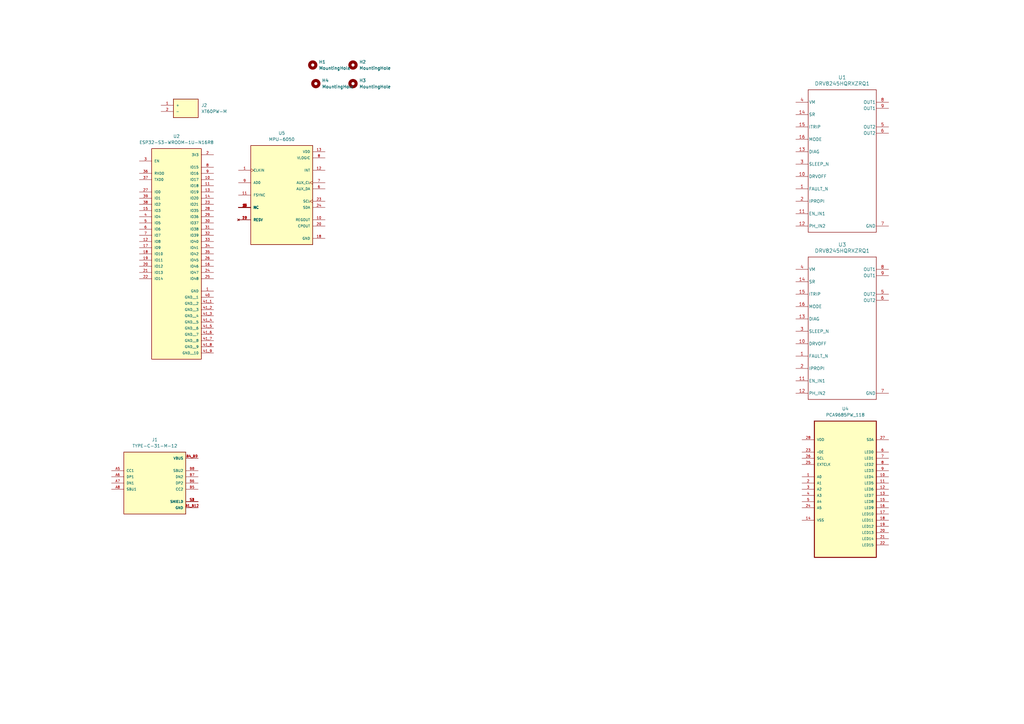
<source format=kicad_sch>
(kicad_sch (version 20250114) (generator "eeschema") (generator_version "9.0")
  (paper "A3")
  (title_block (title "Robotics ESP32 Development Board") (date "2025-10-21") (rev "1"))
  (lib_symbols
    (symbol "DRV8245H-Q1:DRV8245HQRXZRQ1" (pin_names (offset 0.254))
      (property "Reference" "U" (at 0 2.54 0))
      (property "Value" "DRV8245HQRXZRQ1" (at 0 0 0))
      (symbol "DRV8245HQRXZRQ1_0_1"
        (polyline (pts (xy 5.08 5.08) (xy 5.08 -53.34)) (stroke (width 0.2032)))
        (polyline (pts (xy 5.08 -53.34) (xy 33.02 -53.34)) (stroke (width 0.2032)))
        (polyline (pts (xy 33.02 5.08) (xy 5.08 5.08)) (stroke (width 0.2032)))
        (polyline (pts (xy 33.02 -53.34) (xy 33.02 5.08)) (stroke (width 0.2032)))
        (pin power_in line (at 0 0 0) (length 5.08) (name "VM") (number "4"))
        (pin unspecified line (at 0 -5.08 0) (length 5.08) (name "SR") (number "14"))
        (pin unspecified line (at 0 -10.16 0) (length 5.08) (name "ITRIP") (number "15"))
        (pin unspecified line (at 0 -15.24 0) (length 5.08) (name "MODE") (number "16"))
        (pin unspecified line (at 0 -20.32 0) (length 5.08) (name "DIAG") (number "13"))
        (pin input line (at 0 -25.4 0) (length 5.08) (name "SLEEP_N") (number "3"))
        (pin input line (at 0 -30.48 0) (length 5.08) (name "DRVOFF") (number "10"))
        (pin open_collector line (at 0 -35.56 0) (length 5.08) (name "FAULT_N") (number "1"))
        (pin unspecified line (at 0 -40.64 0) (length 5.08) (name "IPROPI") (number "2"))
        (pin input line (at 0 -45.72 0) (length 5.08) (name "EN_IN1") (number "11"))
        (pin input line (at 0 -50.8 0) (length 5.08) (name "PH_IN2") (number "12"))
        (pin unspecified line (at 38.1 0 180) (length 5.08) (name "OUT1") (number "8"))
        (pin unspecified line (at 38.1 -2.54 180) (length 5.08) (name "OUT1") (number "9"))
        (pin unspecified line (at 38.1 -10.16 180) (length 5.08) (name "OUT2") (number "5"))
        (pin unspecified line (at 38.1 -12.7 180) (length 5.08) (name "OUT2") (number "6"))
        (pin power_in line (at 38.1 -50.8 180) (length 5.08) (name "GND") (number "7"))
      )
    )
    (symbol "ESP32-S3-WROOM-1U-N16R8:ESP32-S3-WROOM-1U-N16R8" (pin_names (offset 1.016))
      (property "Reference" "U" (at -10.16 31.242 0))
      (property "Value" "ESP32-S3-WROOM-1U-N16R8" (at -10.16 -58.42 0))
      (symbol "ESP32-S3-WROOM-1U-N16R8_0_0"
        (rectangle (start -10.16 -55.88) (end 10.16 30.48) (stroke (width 0.254)) (fill (type background)))
        (pin input line (at -15.24 25.4 0) (length 5.08) (name "EN") (number "3"))
        (pin bidirectional line (at -15.24 20.32 0) (length 5.08) (name "RXD0") (number "36"))
        (pin bidirectional line (at -15.24 17.78 0) (length 5.08) (name "TXD0") (number "37"))
        (pin bidirectional line (at -15.24 12.7 0) (length 5.08) (name "IO0") (number "27"))
        (pin bidirectional line (at -15.24 10.16 0) (length 5.08) (name "IO1") (number "39"))
        (pin bidirectional line (at -15.24 7.62 0) (length 5.08) (name "IO2") (number "38"))
        (pin bidirectional line (at -15.24 5.08 0) (length 5.08) (name "IO3") (number "15"))
        (pin bidirectional line (at -15.24 2.54 0) (length 5.08) (name "IO4") (number "4"))
        (pin bidirectional line (at -15.24 0 0) (length 5.08) (name "IO5") (number "5"))
        (pin bidirectional line (at -15.24 -2.54 0) (length 5.08) (name "IO6") (number "6"))
        (pin bidirectional line (at -15.24 -5.08 0) (length 5.08) (name "IO7") (number "7"))
        (pin bidirectional line (at -15.24 -7.62 0) (length 5.08) (name "IO8") (number "12"))
        (pin bidirectional line (at -15.24 -10.16 0) (length 5.08) (name "IO9") (number "17"))
        (pin bidirectional line (at -15.24 -12.7 0) (length 5.08) (name "IO10") (number "18"))
        (pin bidirectional line (at -15.24 -15.24 0) (length 5.08) (name "IO11") (number "19"))
        (pin bidirectional line (at -15.24 -17.78 0) (length 5.08) (name "IO12") (number "20"))
        (pin bidirectional line (at -15.24 -20.32 0) (length 5.08) (name "IO13") (number "21"))
        (pin bidirectional line (at -15.24 -22.86 0) (length 5.08) (name "IO14") (number "22"))
        (pin power_in line (at 15.24 27.94 180) (length 5.08) (name "3V3") (number "2"))
        (pin bidirectional line (at 15.24 22.86 180) (length 5.08) (name "IO15") (number "8"))
        (pin bidirectional line (at 15.24 20.32 180) (length 5.08) (name "IO16") (number "9"))
        (pin bidirectional line (at 15.24 17.78 180) (length 5.08) (name "IO17") (number "10"))
        (pin bidirectional line (at 15.24 15.24 180) (length 5.08) (name "IO18") (number "11"))
        (pin bidirectional line (at 15.24 12.7 180) (length 5.08) (name "IO19") (number "13"))
        (pin bidirectional line (at 15.24 10.16 180) (length 5.08) (name "IO20") (number "14"))
        (pin bidirectional line (at 15.24 7.62 180) (length 5.08) (name "IO21") (number "23"))
        (pin bidirectional line (at 15.24 5.08 180) (length 5.08) (name "IO35") (number "28"))
        (pin bidirectional line (at 15.24 2.54 180) (length 5.08) (name "IO36") (number "29"))
        (pin bidirectional line (at 15.24 0 180) (length 5.08) (name "IO37") (number "30"))
        (pin bidirectional line (at 15.24 -2.54 180) (length 5.08) (name "IO38") (number "31"))
        (pin bidirectional line (at 15.24 -5.08 180) (length 5.08) (name "IO39") (number "32"))
        (pin bidirectional line (at 15.24 -7.62 180) (length 5.08) (name "IO40") (number "33"))
        (pin bidirectional line (at 15.24 -10.16 180) (length 5.08) (name "IO41") (number "34"))
        (pin bidirectional line (at 15.24 -12.7 180) (length 5.08) (name "IO42") (number "35"))
        (pin bidirectional line (at 15.24 -15.24 180) (length 5.08) (name "IO45") (number "26"))
        (pin bidirectional line (at 15.24 -17.78 180) (length 5.08) (name "IO46") (number "16"))
        (pin bidirectional line (at 15.24 -20.32 180) (length 5.08) (name "IO47") (number "24"))
        (pin bidirectional line (at 15.24 -22.86 180) (length 5.08) (name "IO48") (number "25"))
        (pin power_in line (at 15.24 -27.94 180) (length 5.08) (name "GND") (number "1"))
        (pin power_in line (at 15.24 -30.48 180) (length 5.08) (name "GND__1") (number "40"))
        (pin power_in line (at 15.24 -33.02 180) (length 5.08) (name "GND__2") (number "41_1"))
        (pin power_in line (at 15.24 -35.56 180) (length 5.08) (name "GND__3") (number "41_2"))
        (pin power_in line (at 15.24 -38.1 180) (length 5.08) (name "GND__4") (number "41_3"))
        (pin power_in line (at 15.24 -40.64 180) (length 5.08) (name "GND__5") (number "41_4"))
        (pin power_in line (at 15.24 -43.18 180) (length 5.08) (name "GND__6") (number "41_5"))
        (pin power_in line (at 15.24 -45.72 180) (length 5.08) (name "GND__7") (number "41_6"))
        (pin power_in line (at 15.24 -48.26 180) (length 5.08) (name "GND__8") (number "41_7"))
        (pin power_in line (at 15.24 -50.8 180) (length 5.08) (name "GND__9") (number "41_8"))
        (pin power_in line (at 15.24 -53.34 180) (length 5.08) (name "GND__10") (number "41_9"))
      )
    )
    (symbol "MPU-6050 Accelerometer:MPU-6050" (pin_names (offset 1.016))
      (property "Reference" "U" (at -12.7 21.082 0))
      (property "Value" "MPU-6050" (at -12.7 -22.86 0))
      (symbol "MPU-6050_0_0"
        (rectangle (start -12.7 -20.32) (end 12.7 20.32) (stroke (width 0.254)) (fill (type background)))
        (pin input clock (at -17.78 10.16 0) (length 5.08) (name "CLKIN") (number "1"))
        (pin input line (at -17.78 5.08 0) (length 5.08) (name "AD0") (number "9"))
        (pin input line (at -17.78 0 0) (length 5.08) (name "FSYNC") (number "11"))
        (pin passive line (at -17.78 -5.08 0) (length 5.08) (name "NC") (number "14"))
        (pin passive line (at -17.78 -5.08 0) (length 5.08) (name "NC") (number "15"))
        (pin passive line (at -17.78 -5.08 0) (length 5.08) (name "NC") (number "16"))
        (pin passive line (at -17.78 -5.08 0) (length 5.08) (name "NC") (number "17"))
        (pin passive line (at -17.78 -5.08 0) (length 5.08) (name "NC") (number "2"))
        (pin passive line (at -17.78 -5.08 0) (length 5.08) (name "NC") (number "3"))
        (pin passive line (at -17.78 -5.08 0) (length 5.08) (name "NC") (number "4"))
        (pin passive line (at -17.78 -5.08 0) (length 5.08) (name "NC") (number "5"))
        (pin no_connect line (at -17.78 -10.16 0) (length 5.08) (name "RESV") (number "19"))
        (pin no_connect line (at -17.78 -10.16 0) (length 5.08) (name "RESV") (number "21"))
        (pin no_connect line (at -17.78 -10.16 0) (length 5.08) (name "RESV") (number "22"))
        (pin power_in line (at 17.78 17.78 180) (length 5.08) (name "VDD") (number "13"))
        (pin power_in line (at 17.78 15.24 180) (length 5.08) (name "VLOGIC") (number "8"))
        (pin output line (at 17.78 10.16 180) (length 5.08) (name "INT") (number "12"))
        (pin output clock (at 17.78 5.08 180) (length 5.08) (name "AUX_CL") (number "7"))
        (pin bidirectional line (at 17.78 2.54 180) (length 5.08) (name "AUX_DA") (number "6"))
        (pin input clock (at 17.78 -2.54 180) (length 5.08) (name "SCL") (number "23"))
        (pin bidirectional line (at 17.78 -5.08 180) (length 5.08) (name "SDA") (number "24"))
        (pin passive line (at 17.78 -10.16 180) (length 5.08) (name "REGOUT") (number "10"))
        (pin passive line (at 17.78 -12.7 180) (length 5.08) (name "CPOUT") (number "20"))
        (pin power_in line (at 17.78 -17.78 180) (length 5.08) (name "GND") (number "18"))
      )
    )
    (symbol "Mechanical:MountingHole" (pin_names (offset 1.016)) (in_bom no)
      (property "Reference" "H" (at 0 5.08 0))
      (property "Value" "MountingHole" (at 0 3.175 0))
      (symbol "MountingHole_0_1"
        (circle (center 0 0) (radius 1.27) (stroke (width 1.27)))
      )
    )
    (symbol "PCA9685 PWM Servo Driver:PCA9685PW_118" (pin_names (offset 1.016))
      (property "Reference" "U" (at -5.3748 29.5233 0))
      (property "Value" "PCA9685PW_118" (at -3.0529 -35.7951 0))
      (symbol "PCA9685PW_118_0_0"
        (rectangle (start -12.7 -30.48) (end 12.7 25.4) (stroke (width 0.4064)) (fill (type background)))
        (pin power_in line (at -17.78 17.78 0) (length 5.08) (name "VDD") (number "28"))
        (pin input line (at -17.78 12.7 0) (length 5.08) (name "~OE") (number "23"))
        (pin input line (at -17.78 10.16 0) (length 5.08) (name "SCL") (number "26"))
        (pin input line (at -17.78 7.62 0) (length 5.08) (name "EXTCLK") (number "25"))
        (pin input line (at -17.78 2.54 0) (length 5.08) (name "A0") (number "1"))
        (pin input line (at -17.78 0 0) (length 5.08) (name "A1") (number "2"))
        (pin input line (at -17.78 -2.54 0) (length 5.08) (name "A2") (number "3"))
        (pin input line (at -17.78 -5.08 0) (length 5.08) (name "A3") (number "4"))
        (pin input line (at -17.78 -7.62 0) (length 5.08) (name "A4") (number "5"))
        (pin input line (at -17.78 -10.16 0) (length 5.08) (name "A5") (number "24"))
        (pin passive line (at -17.78 -15.24 0) (length 5.08) (name "VSS") (number "14"))
        (pin bidirectional line (at 17.78 17.78 180) (length 5.08) (name "SDA") (number "27"))
        (pin output line (at 17.78 12.7 180) (length 5.08) (name "LED0") (number "6"))
        (pin output line (at 17.78 10.16 180) (length 5.08) (name "LED1") (number "7"))
        (pin output line (at 17.78 7.62 180) (length 5.08) (name "LED2") (number "8"))
        (pin output line (at 17.78 5.08 180) (length 5.08) (name "LED3") (number "9"))
        (pin output line (at 17.78 2.54 180) (length 5.08) (name "LED4") (number "10"))
        (pin output line (at 17.78 0 180) (length 5.08) (name "LED5") (number "11"))
        (pin output line (at 17.78 -2.54 180) (length 5.08) (name "LED6") (number "12"))
        (pin output line (at 17.78 -5.08 180) (length 5.08) (name "LED7") (number "13"))
        (pin output line (at 17.78 -7.62 180) (length 5.08) (name "LED8") (number "15"))
        (pin output line (at 17.78 -10.16 180) (length 5.08) (name "LED9") (number "16"))
        (pin output line (at 17.78 -12.7 180) (length 5.08) (name "LED10") (number "17"))
        (pin output line (at 17.78 -15.24 180) (length 5.08) (name "LED11") (number "18"))
        (pin output line (at 17.78 -17.78 180) (length 5.08) (name "LED12") (number "19"))
        (pin output line (at 17.78 -20.32 180) (length 5.08) (name "LED13") (number "20"))
        (pin output line (at 17.78 -22.86 180) (length 5.08) (name "LED14") (number "21"))
        (pin output line (at 17.78 -25.4 180) (length 5.08) (name "LED15") (number "22"))
      )
    )
    (symbol "Type C connector:TYPE-C-31-M-12" (pin_names (offset 1.016))
      (property "Reference" "J" (at -12.7 13.462 0))
      (property "Value" "TYPE-C-31-M-12" (at -12.7 -13.462 0))
      (symbol "TYPE-C-31-M-12_0_0"
        (rectangle (start -12.7 -12.7) (end 12.7 12.7) (stroke (width 0.254)) (fill (type background)))
        (pin bidirectional line (at -17.78 5.08 0) (length 5.08) (name "CC1") (number "A5"))
        (pin bidirectional line (at -17.78 2.54 0) (length 5.08) (name "DP1") (number "A6"))
        (pin bidirectional line (at -17.78 0 0) (length 5.08) (name "DN1") (number "A7"))
        (pin bidirectional line (at -17.78 -2.54 0) (length 5.08) (name "SBU1") (number "A8"))
        (pin power_in line (at 17.78 10.16 180) (length 5.08) (name "VBUS") (number "A4_B9"))
        (pin power_in line (at 17.78 10.16 180) (length 5.08) (name "VBUS") (number "B4_A9"))
        (pin bidirectional line (at 17.78 5.08 180) (length 5.08) (name "SBU2") (number "B8"))
        (pin bidirectional line (at 17.78 2.54 180) (length 5.08) (name "DN2") (number "B7"))
        (pin bidirectional line (at 17.78 0 180) (length 5.08) (name "DP2") (number "B6"))
        (pin bidirectional line (at 17.78 -2.54 180) (length 5.08) (name "CC2") (number "B5"))
        (pin passive line (at 17.78 -7.62 180) (length 5.08) (name "SHIELD") (number "S1"))
        (pin passive line (at 17.78 -7.62 180) (length 5.08) (name "SHIELD") (number "S2"))
        (pin passive line (at 17.78 -7.62 180) (length 5.08) (name "SHIELD") (number "S3"))
        (pin passive line (at 17.78 -7.62 180) (length 5.08) (name "SHIELD") (number "S4"))
        (pin power_in line (at 17.78 -10.16 180) (length 5.08) (name "GND") (number "A1_B12"))
        (pin power_in line (at 17.78 -10.16 180) (length 5.08) (name "GND") (number "B1_A12"))
      )
    )
    (symbol "XT60PW-M Connector:XT60PW-M" (pin_names (offset 1.016))
      (property "Reference" "J" (at -5.08 5.7234 0))
      (property "Value" "XT60PW-M" (at -5.08 -5.0923 0))
      (symbol "XT60PW-M_0_0"
        (rectangle (start -5.08 -2.54) (end 5.08 5.08) (stroke (width 0.254)) (fill (type background)))
        (pin passive line (at -10.16 2.54 0) (length 5.08) (name "+") (number "1"))
        (pin passive line (at -10.16 0 0) (length 5.08) (name "-") (number "2"))
      )
    )
  )
  (symbol (lib_id "DRV8245H-Q1:DRV8245HQRXZRQ1") (at 326.39 110.49 0) (unit 1)
    (property "Reference" "U3" (at 345.44 100.33 0) (effects (font (size 1.524 1.524))))
    (property "Value" "DRV8245HQRXZRQ1" (at 345.44 102.87 0) (effects (font (size 1.524 1.524))))
    (property "Footprint" "DRV8245H-Q1:RXZ0016A-MFG" (effects (hide yes)))
    (property "Datasheet" "https://www.ti.com/lit/gpn/drv8245-q1" (effects (hide yes)))
  )
  (symbol (lib_id "MPU-6050 Accelerometer:MPU-6050") (at 115.57 80.01 0) (unit 1)
    (property "Reference" "U5" (at 115.57 54.61 0))
    (property "Value" "MPU-6050" (at 115.57 57.15 0))
    (property "Footprint" "MPU-6050 Accelerometer:QFN50P400X400X95-24N" (effects (hide yes)))
    (property "MF" "TDK InvenSense" (effects (hide yes)))
    (property "MAXIMUM_PACKAGE_HEIGHT" "0.95mm" (effects (hide yes)))
    (property "Package" "QFN-24 InvenSense" (effects (hide yes)))
    (property "Price" "None" (effects (hide yes)))
    (property "Check_prices" "https://www.snapeda.com/parts/MPU-6050/TDK/view-part/?ref=eda" (effects (hide yes)))
    (property "STANDARD" "IPC-7351B" (effects (hide yes)))
    (property "PARTREV" "3.4" (effects (hide yes)))
    (property "SnapEDA_Link" "https://www.snapeda.com/parts/MPU-6050/TDK/view-part/?ref=snap" (effects (hide yes)))
    (property "MP" "MPU-6050" (effects (hide yes)))
    (property "Description_1" "MPU-6050 series Accelerometer, Gyroscope, 3 Axis Sensor Evaluation Board" (effects (hide yes)))
    (property "Availability" "Not in stock" (effects (hide yes)))
    (property "MANUFACTURER" "InvenSense" (effects (hide yes)))
  )
  (symbol (lib_id "ESP32-S3-WROOM-1U-N16R8:ESP32-S3-WROOM-1U-N16R8") (at 72.39 91.44 0) (unit 1)
    (property "Reference" "U2" (at 72.39 55.88 0))
    (property "Value" "ESP32-S3-WROOM-1U-N16R8" (at 72.39 58.42 0))
    (property "Footprint" "ESP32-S3-WROOM-N16R8:XCVR_ESP32-S3-WROOM-1U-N16R8" (effects (hide yes)))
    (property "PARTREV" "v1.1" (effects (hide yes)))
    (property "STANDARD" "Manufacturer Recommendations" (effects (hide yes)))
    (property "MAXIMUM_PACKAGE_HEIGHT" "3.35mm" (effects (hide yes)))
    (property "MANUFACTURER" "Espressif Systems" (effects (hide yes)))
  )
  (symbol (lib_id "XT60PW-M Connector:XT60PW-M") (at 76.2 45.72 0) (unit 1)
    (property "Reference" "J2" (at 82.55 43.1799 0) (effects (justify left)))
    (property "Value" "XT60PW-M" (at 82.55 45.7199 0) (effects (justify left)))
    (property "Footprint" "XT60PW-M Connector:AMASS_XT60PW-M" (effects (hide yes)))
    (property "MF" "AMASS" (effects (hide yes)))
    (property "MAXIMUM_PACKAGE_HEIGHT" "8.4 mm" (effects (hide yes)))
    (property "Package" "Package" (effects (hide yes)))
    (property "Price" "None" (effects (hide yes)))
    (property "Check_prices" "https://www.snapeda.com/parts/XT60PW-M/AMASS/view-part/?ref=eda" (effects (hide yes)))
    (property "STANDARD" "Manufacturer recommendations" (effects (hide yes)))
    (property "PARTREV" "V1.2" (effects (hide yes)))
    (property "SnapEDA_Link" "https://www.snapeda.com/parts/XT60PW-M/AMASS/view-part/?ref=snap" (effects (hide yes)))
    (property "MP" "XT60PW-M" (effects (hide yes)))
    (property "Description_1" "Socket, DC supply, male, PIN: 2" (effects (hide yes)))
    (property "Availability" "In Stock" (effects (hide yes)))
    (property "MANUFACTURER" "AMASS" (effects (hide yes)))
  )
  (symbol (lib_id "Mechanical:MountingHole") (at 128.27 26.67 0) (unit 1) (in_bom no)
    (property "Reference" "H1" (at 130.81 25.3999 0) (effects (justify left)))
    (property "Value" "MountingHole" (at 130.81 27.9399 0) (effects (justify left)))
    (property "Footprint" "MountingHole:MountingHole_3.2mm_M3" (effects (hide yes)))
    (property "Description" "Mounting Hole without connection" (effects (hide yes)))
  )
  (symbol (lib_id "DRV8245H-Q1:DRV8245HQRXZRQ1") (at 326.39 41.91 0) (unit 1)
    (property "Reference" "U1" (at 345.44 31.75 0) (effects (font (size 1.524 1.524))))
    (property "Value" "DRV8245HQRXZRQ1" (at 345.44 34.29 0) (effects (font (size 1.524 1.524))))
    (property "Footprint" "DRV8245H-Q1:RXZ0016A-MFG" (effects (hide yes)))
    (property "Datasheet" "https://www.ti.com/lit/gpn/drv8245-q1" (effects (hide yes)))
  )
  (symbol (lib_id "Mechanical:MountingHole") (at 129.54 34.29 0) (unit 1) (in_bom no)
    (property "Reference" "H4" (at 132.08 33.0199 0) (effects (justify left)))
    (property "Value" "MountingHole" (at 132.08 35.5599 0) (effects (justify left)))
    (property "Footprint" "MountingHole:MountingHole_3.2mm_M3" (effects (hide yes)))
    (property "Description" "Mounting Hole without connection" (effects (hide yes)))
  )
  (symbol (lib_id "Mechanical:MountingHole") (at 144.78 26.67 0) (unit 1) (in_bom no)
    (property "Reference" "H2" (at 147.32 25.3999 0) (effects (justify left)))
    (property "Value" "MountingHole" (at 147.32 27.9399 0) (effects (justify left)))
    (property "Footprint" "MountingHole:MountingHole_3.2mm_M3" (effects (hide yes)))
    (property "Description" "Mounting Hole without connection" (effects (hide yes)))
  )
  (symbol (lib_id "Mechanical:MountingHole") (at 144.78 34.29 0) (unit 1) (in_bom no)
    (property "Reference" "H3" (at 147.32 33.0199 0) (effects (justify left)))
    (property "Value" "MountingHole" (at 147.32 35.5599 0) (effects (justify left)))
    (property "Footprint" "MountingHole:MountingHole_3.2mm_M3" (effects (hide yes)))
    (property "Description" "Mounting Hole without connection" (effects (hide yes)))
  )
  (symbol (lib_id "PCA9685 PWM Servo Driver:PCA9685PW_118") (at 346.71 198.12 0) (unit 1)
    (property "Reference" "U4" (at 346.71 167.64 0))
    (property "Value" "PCA9685PW_118" (at 346.71 170.18 0))
    (property "Footprint" "PCA9685 PWM Servo Driver:SOP65P640X110-28N" (effects (hide yes)))
    (property "MF" "NXP USA" (effects (hide yes)))
    (property "Description_1" "LED Driver IC 16 Output Linear - PWM Dimming 25mA 28-TSSOP" (effects (hide yes)))
    (property "PACKAGE" "TSSOP-28" (effects (hide yes)))
    (property "MPN" "PCA9685PW,118" (effects (hide yes)))
    (property "Price" "None" (effects (hide yes)))
    (property "Package" "TSSOP-28 NXP Semiconductors" (effects (hide yes)))
    (property "OC_FARNELL" "1854074" (effects (hide yes)))
    (property "SnapEDA_Link" "https://www.snapeda.com/parts/PCA9685PW,118/NXP+Semiconductors/view-part/?ref=snap" (effects (hide yes)))
    (property "MP" "PCA9685PW,118" (effects (hide yes)))
    (property "SUPPLIER" "NXP" (effects (hide yes)))
    (property "OC_NEWARK" "19T6398" (effects (hide yes)))
    (property "Availability" "In Stock" (effects (hide yes)))
    (property "Check_prices" "https://www.snapeda.com/parts/PCA9685PW,118/NXP+Semiconductors/view-part/?ref=eda" (effects (hide yes)))
  )
  (symbol (lib_id "Type C connector:TYPE-C-31-M-12") (at 63.5 198.12 0) (unit 1)
    (property "Reference" "J1" (at 63.5 180.34 0))
    (property "Value" "TYPE-C-31-M-12" (at 63.5 182.88 0))
    (property "Footprint" "Type C Connector:HRO_TYPE-C-31-M-12" (effects (hide yes)))
    (property "MF" "HRO Electronics Co., Ltd." (effects (hide yes)))
    (property "MAXIMUM_PACKAGE_HEIGHT" "3.26 mm" (effects (hide yes)))
    (property "Package" "Package" (effects (hide yes)))
    (property "Price" "None" (effects (hide yes)))
    (property "Check_prices" "https://www.snapeda.com/parts/TYPE-C-31-M-12/HRO+Electronics+Co.%252C+Ltd./view-part/?ref=eda" (effects (hide yes)))
    (property "STANDARD" "Manufacturer Recommendations" (effects (hide yes)))
    (property "PARTREV" "2020.12.08" (effects (hide yes)))
    (property "SnapEDA_Link" "https://www.snapeda.com/parts/TYPE-C-31-M-12/HRO+Electronics+Co.%252C+Ltd./view-part/?ref=snap" (effects (hide yes)))
    (property "MP" "TYPE-C-31-M-12" (effects (hide yes)))
    (property "Description_1" "USB Connectors 24 Receptacle 1 8.94*7.3mm RoHS" (effects (hide yes)))
    (property "SNAPEDA_PN" "TYPE-C-31-M-12" (effects (hide yes)))
    (property "Availability" "Not in stock" (effects (hide yes)))
    (property "MANUFACTURER" "HRO Electronics Co., Ltd." (effects (hide yes)))
  )
)
</source>
